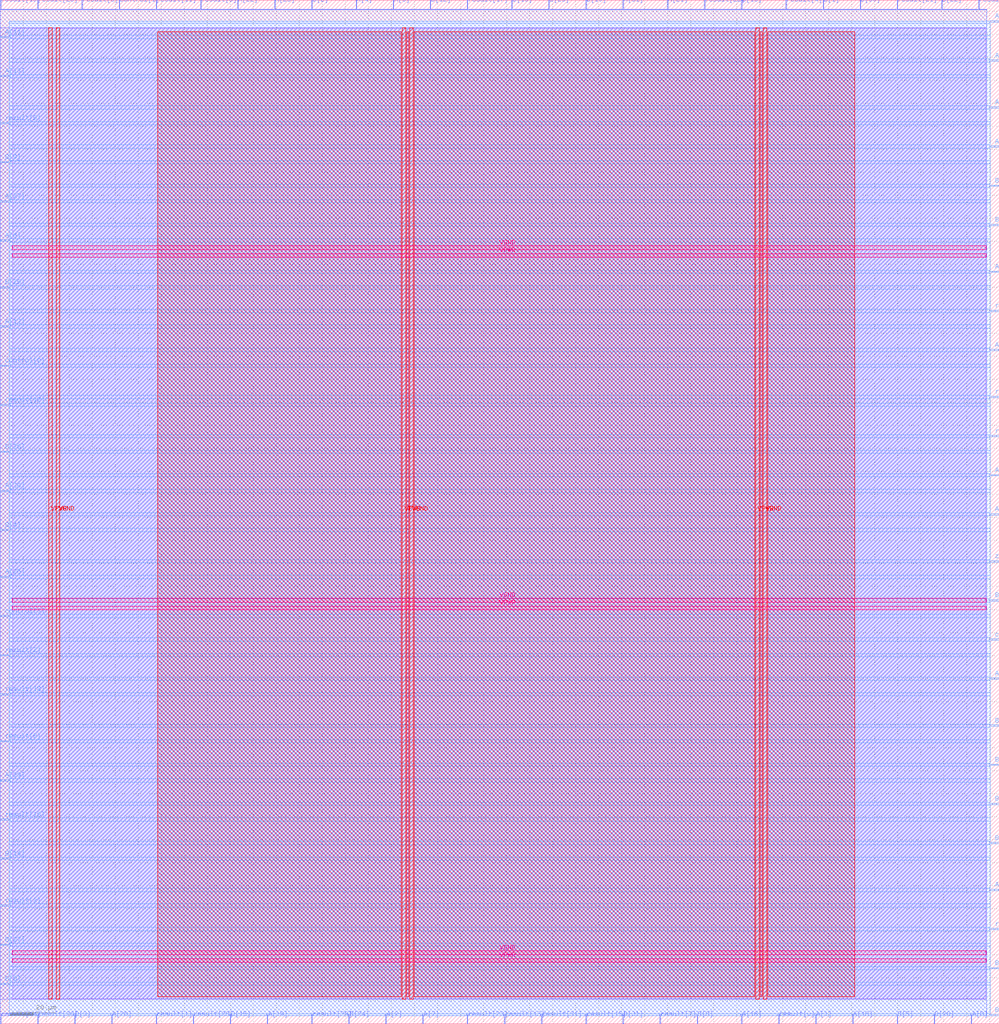
<source format=lef>
VERSION 5.7 ;
  NOWIREEXTENSIONATPIN ON ;
  DIVIDERCHAR "/" ;
  BUSBITCHARS "[]" ;
MACRO alu_32_bit
  CLASS BLOCK ;
  FOREIGN alu_32_bit ;
  ORIGIN 0.000 0.000 ;
  SIZE 434.090 BY 444.810 ;
  PIN A[0]
    DIRECTION INPUT ;
    USE SIGNAL ;
    ANTENNAGATEAREA 0.247500 ;
    PORT
      LAYER met3 ;
        RECT 430.090 435.240 434.090 435.840 ;
    END
  END A[0]
  PIN A[10]
    DIRECTION INPUT ;
    USE SIGNAL ;
    ANTENNAGATEAREA 0.213000 ;
    PORT
      LAYER met3 ;
        RECT 430.090 418.240 434.090 418.840 ;
    END
  END A[10]
  PIN A[11]
    DIRECTION INPUT ;
    USE SIGNAL ;
    ANTENNAGATEAREA 0.247500 ;
    PORT
      LAYER met3 ;
        RECT 0.000 428.440 4.000 429.040 ;
    END
  END A[11]
  PIN A[12]
    DIRECTION INPUT ;
    USE SIGNAL ;
    ANTENNAGATEAREA 0.213000 ;
    PORT
      LAYER met3 ;
        RECT 0.000 302.640 4.000 303.240 ;
    END
  END A[12]
  PIN A[13]
    DIRECTION INPUT ;
    USE SIGNAL ;
    ANTENNAGATEAREA 0.247500 ;
    PORT
      LAYER met3 ;
        RECT 0.000 411.440 4.000 412.040 ;
    END
  END A[13]
  PIN A[14]
    DIRECTION INPUT ;
    USE SIGNAL ;
    ANTENNAGATEAREA 0.213000 ;
    PORT
      LAYER met3 ;
        RECT 430.090 292.440 434.090 293.040 ;
    END
  END A[14]
  PIN A[15]
    DIRECTION INPUT ;
    USE SIGNAL ;
    ANTENNAGATEAREA 0.159000 ;
    PORT
      LAYER met3 ;
        RECT 430.090 149.640 434.090 150.240 ;
    END
  END A[15]
  PIN A[16]
    DIRECTION INPUT ;
    USE SIGNAL ;
    ANTENNAGATEAREA 0.213000 ;
    PORT
      LAYER met2 ;
        RECT 322.090 0.000 322.370 4.000 ;
    END
  END A[16]
  PIN A[17]
    DIRECTION INPUT ;
    USE SIGNAL ;
    ANTENNAGATEAREA 0.159000 ;
    PORT
      LAYER met3 ;
        RECT 430.090 57.840 434.090 58.440 ;
    END
  END A[17]
  PIN A[18]
    DIRECTION INPUT ;
    USE SIGNAL ;
    ANTENNAGATEAREA 0.247500 ;
    PORT
      LAYER met2 ;
        RECT 370.390 0.000 370.670 4.000 ;
    END
  END A[18]
  PIN A[19]
    DIRECTION INPUT ;
    USE SIGNAL ;
    ANTENNAGATEAREA 0.426000 ;
    PORT
      LAYER met2 ;
        RECT 116.010 0.000 116.290 4.000 ;
    END
  END A[19]
  PIN A[1]
    DIRECTION INPUT ;
    USE SIGNAL ;
    ANTENNAGATEAREA 0.495000 ;
    PORT
      LAYER met2 ;
        RECT 354.290 0.000 354.570 4.000 ;
    END
  END A[1]
  PIN A[20]
    DIRECTION INPUT ;
    USE SIGNAL ;
    ANTENNAGATEAREA 0.247500 ;
    PORT
      LAYER met2 ;
        RECT 48.390 0.000 48.670 4.000 ;
    END
  END A[20]
  PIN A[21]
    DIRECTION INPUT ;
    USE SIGNAL ;
    ANTENNAGATEAREA 0.213000 ;
    PORT
      LAYER met2 ;
        RECT 289.890 440.810 290.170 444.810 ;
    END
  END A[21]
  PIN A[22]
    DIRECTION INPUT ;
    USE SIGNAL ;
    ANTENNAGATEAREA 0.247500 ;
    PORT
      LAYER met2 ;
        RECT 103.130 440.810 103.410 444.810 ;
    END
  END A[22]
  PIN A[23]
    DIRECTION INPUT ;
    USE SIGNAL ;
    ANTENNAGATEAREA 0.247500 ;
    PORT
      LAYER met2 ;
        RECT 119.230 440.810 119.510 444.810 ;
    END
  END A[23]
  PIN A[24]
    DIRECTION INPUT ;
    USE SIGNAL ;
    ANTENNAGATEAREA 0.247500 ;
    PORT
      LAYER met3 ;
        RECT 430.090 238.040 434.090 238.640 ;
    END
  END A[24]
  PIN A[25]
    DIRECTION INPUT ;
    USE SIGNAL ;
    ANTENNAGATEAREA 0.213000 ;
    PORT
      LAYER met3 ;
        RECT 0.000 193.840 4.000 194.440 ;
    END
  END A[25]
  PIN A[26]
    DIRECTION INPUT ;
    USE SIGNAL ;
    ANTENNAGATEAREA 0.159000 ;
    PORT
      LAYER met3 ;
        RECT 430.090 397.840 434.090 398.440 ;
    END
  END A[26]
  PIN A[27]
    DIRECTION INPUT ;
    USE SIGNAL ;
    ANTENNAGATEAREA 0.247500 ;
    PORT
      LAYER met3 ;
        RECT 0.000 357.040 4.000 357.640 ;
    END
  END A[27]
  PIN A[28]
    DIRECTION INPUT ;
    USE SIGNAL ;
    ANTENNAGATEAREA 0.247500 ;
    PORT
      LAYER met3 ;
        RECT 430.090 326.440 434.090 327.040 ;
    END
  END A[28]
  PIN A[29]
    DIRECTION INPUT ;
    USE SIGNAL ;
    ANTENNAGATEAREA 0.213000 ;
    PORT
      LAYER met3 ;
        RECT 0.000 105.440 4.000 106.040 ;
    END
  END A[29]
  PIN A[2]
    DIRECTION INPUT ;
    USE SIGNAL ;
    ANTENNAGATEAREA 0.495000 ;
    PORT
      LAYER met2 ;
        RECT 167.530 0.000 167.810 4.000 ;
    END
  END A[2]
  PIN A[30]
    DIRECTION INPUT ;
    USE SIGNAL ;
    ANTENNAGATEAREA 0.213000 ;
    PORT
      LAYER met3 ;
        RECT 0.000 231.240 4.000 231.840 ;
    END
  END A[30]
  PIN A[31]
    DIRECTION INPUT ;
    USE SIGNAL ;
    ANTENNAGATEAREA 0.247500 ;
    PORT
      LAYER met2 ;
        RECT 270.570 440.810 270.850 444.810 ;
    END
  END A[31]
  PIN A[3]
    DIRECTION INPUT ;
    USE SIGNAL ;
    ANTENNAGATEAREA 0.213000 ;
    PORT
      LAYER met3 ;
        RECT 430.090 221.040 434.090 221.640 ;
    END
  END A[3]
  PIN A[4]
    DIRECTION INPUT ;
    USE SIGNAL ;
    ANTENNAGATEAREA 0.742500 ;
    PORT
      LAYER met2 ;
        RECT 154.650 440.810 154.930 444.810 ;
    END
  END A[4]
  PIN A[5]
    DIRECTION INPUT ;
    USE SIGNAL ;
    ANTENNAGATEAREA 0.247500 ;
    PORT
      LAYER met2 ;
        RECT 170.750 440.810 171.030 444.810 ;
    END
  END A[5]
  PIN A[6]
    DIRECTION INPUT ;
    USE SIGNAL ;
    ANTENNAGATEAREA 0.247500 ;
    PORT
      LAYER met3 ;
        RECT 0.000 340.040 4.000 340.640 ;
    END
  END A[6]
  PIN A[7]
    DIRECTION INPUT ;
    USE SIGNAL ;
    ANTENNAGATEAREA 0.247500 ;
    PORT
      LAYER met2 ;
        RECT 183.630 0.000 183.910 4.000 ;
    END
  END A[7]
  PIN A[8]
    DIRECTION INPUT ;
    USE SIGNAL ;
    ANTENNAGATEAREA 0.426000 ;
    PORT
      LAYER met2 ;
        RECT 421.910 0.000 422.190 4.000 ;
    END
  END A[8]
  PIN A[9]
    DIRECTION INPUT ;
    USE SIGNAL ;
    ANTENNAGATEAREA 0.247500 ;
    PORT
      LAYER met3 ;
        RECT 430.090 380.840 434.090 381.440 ;
    END
  END A[9]
  PIN B[0]
    DIRECTION INPUT ;
    USE SIGNAL ;
    ANTENNAGATEAREA 0.742500 ;
    PORT
      LAYER met3 ;
        RECT 430.090 95.240 434.090 95.840 ;
    END
  END B[0]
  PIN B[10]
    DIRECTION INPUT ;
    USE SIGNAL ;
    ANTENNAGATEAREA 0.213000 ;
    PORT
      LAYER met2 ;
        RECT 254.470 440.810 254.750 444.810 ;
    END
  END B[10]
  PIN B[11]
    DIRECTION INPUT ;
    USE SIGNAL ;
    ANTENNAGATEAREA 0.159000 ;
    PORT
      LAYER met3 ;
        RECT 430.090 129.240 434.090 129.840 ;
    END
  END B[11]
  PIN B[12]
    DIRECTION INPUT ;
    USE SIGNAL ;
    ANTENNAGATEAREA 0.213000 ;
    PORT
      LAYER met2 ;
        RECT 186.850 440.810 187.130 444.810 ;
    END
  END B[12]
  PIN B[13]
    DIRECTION INPUT ;
    USE SIGNAL ;
    ANTENNAGATEAREA 0.159000 ;
    PORT
      LAYER met2 ;
        RECT 322.090 440.810 322.370 444.810 ;
    END
  END B[13]
  PIN B[14]
    DIRECTION INPUT ;
    USE SIGNAL ;
    ANTENNAGATEAREA 0.247500 ;
    PORT
      LAYER met3 ;
        RECT 0.000 71.440 4.000 72.040 ;
    END
  END B[14]
  PIN B[15]
    DIRECTION INPUT ;
    USE SIGNAL ;
    ANTENNAGATEAREA 0.159000 ;
    PORT
      LAYER met2 ;
        RECT 99.910 0.000 100.190 4.000 ;
    END
  END B[15]
  PIN B[16]
    DIRECTION INPUT ;
    USE SIGNAL ;
    ANTENNAGATEAREA 0.159000 ;
    PORT
      LAYER met3 ;
        RECT 430.090 23.840 434.090 24.440 ;
    END
  END B[16]
  PIN B[17]
    DIRECTION INPUT ;
    USE SIGNAL ;
    ANTENNAGATEAREA 0.213000 ;
    PORT
      LAYER met3 ;
        RECT 430.090 363.840 434.090 364.440 ;
    END
  END B[17]
  PIN B[18]
    DIRECTION INPUT ;
    USE SIGNAL ;
    ANTENNAGATEAREA 0.213000 ;
    PORT
      LAYER met3 ;
        RECT 430.090 183.640 434.090 184.240 ;
    END
  END B[18]
  PIN B[19]
    DIRECTION INPUT ;
    USE SIGNAL ;
    ANTENNAGATEAREA 0.159000 ;
    PORT
      LAYER met2 ;
        RECT 222.270 440.810 222.550 444.810 ;
    END
  END B[19]
  PIN B[1]
    DIRECTION INPUT ;
    USE SIGNAL ;
    ANTENNAGATEAREA 0.495000 ;
    PORT
      LAYER met2 ;
        RECT 357.510 440.810 357.790 444.810 ;
    END
  END B[1]
  PIN B[20]
    DIRECTION INPUT ;
    USE SIGNAL ;
    ANTENNAGATEAREA 0.213000 ;
    PORT
      LAYER met3 ;
        RECT 430.090 3.440 434.090 4.040 ;
    END
  END B[20]
  PIN B[21]
    DIRECTION INPUT ;
    USE SIGNAL ;
    ANTENNAGATEAREA 0.213000 ;
    PORT
      LAYER met3 ;
        RECT 430.090 346.840 434.090 347.440 ;
    END
  END B[21]
  PIN B[22]
    DIRECTION INPUT ;
    USE SIGNAL ;
    ANTENNAGATEAREA 0.213000 ;
    PORT
      LAYER met2 ;
        RECT 409.030 440.810 409.310 444.810 ;
    END
  END B[22]
  PIN B[23]
    DIRECTION INPUT ;
    USE SIGNAL ;
    ANTENNAGATEAREA 0.247500 ;
    PORT
      LAYER met2 ;
        RECT 238.370 440.810 238.650 444.810 ;
    END
  END B[23]
  PIN B[24]
    DIRECTION INPUT ;
    USE SIGNAL ;
    ANTENNAGATEAREA 0.213000 ;
    PORT
      LAYER met2 ;
        RECT 151.430 0.000 151.710 4.000 ;
    END
  END B[24]
  PIN B[25]
    DIRECTION INPUT ;
    USE SIGNAL ;
    ANTENNAGATEAREA 0.213000 ;
    PORT
      LAYER met3 ;
        RECT 430.090 78.240 434.090 78.840 ;
    END
  END B[25]
  PIN B[26]
    DIRECTION INPUT ;
    USE SIGNAL ;
    ANTENNAGATEAREA 0.213000 ;
    PORT
      LAYER met3 ;
        RECT 0.000 248.240 4.000 248.840 ;
    END
  END B[26]
  PIN B[27]
    DIRECTION INPUT ;
    USE SIGNAL ;
    ANTENNAGATEAREA 0.159000 ;
    PORT
      LAYER met3 ;
        RECT 0.000 34.040 4.000 34.640 ;
    END
  END B[27]
  PIN B[28]
    DIRECTION INPUT ;
    USE SIGNAL ;
    ANTENNAGATEAREA 0.159000 ;
    PORT
      LAYER met2 ;
        RECT 405.810 0.000 406.090 4.000 ;
    END
  END B[28]
  PIN B[29]
    DIRECTION INPUT ;
    USE SIGNAL ;
    ANTENNAGATEAREA 0.247500 ;
    PORT
      LAYER met3 ;
        RECT 0.000 319.640 4.000 320.240 ;
    END
  END B[29]
  PIN B[2]
    DIRECTION INPUT ;
    USE SIGNAL ;
    ANTENNAGATEAREA 0.213000 ;
    PORT
      LAYER met2 ;
        RECT 135.330 440.810 135.610 444.810 ;
    END
  END B[2]
  PIN B[30]
    DIRECTION INPUT ;
    USE SIGNAL ;
    ANTENNAGATEAREA 0.426000 ;
    PORT
      LAYER met2 ;
        RECT 373.610 440.810 373.890 444.810 ;
    END
  END B[30]
  PIN B[31]
    DIRECTION INPUT ;
    USE SIGNAL ;
    ANTENNAGATEAREA 0.213000 ;
    PORT
      LAYER met2 ;
        RECT 270.570 0.000 270.850 4.000 ;
    END
  END B[31]
  PIN B[3]
    DIRECTION INPUT ;
    USE SIGNAL ;
    ANTENNAGATEAREA 0.495000 ;
    PORT
      LAYER met2 ;
        RECT 32.290 0.000 32.570 4.000 ;
    END
  END B[3]
  PIN B[4]
    DIRECTION INPUT ;
    USE SIGNAL ;
    ANTENNAGATEAREA 0.495000 ;
    PORT
      LAYER met3 ;
        RECT 0.000 214.240 4.000 214.840 ;
    END
  END B[4]
  PIN B[5]
    DIRECTION INPUT ;
    USE SIGNAL ;
    ANTENNAGATEAREA 0.426000 ;
    PORT
      LAYER met2 ;
        RECT 389.710 0.000 389.990 4.000 ;
    END
  END B[5]
  PIN B[6]
    DIRECTION INPUT ;
    USE SIGNAL ;
    ANTENNAGATEAREA 0.742500 ;
    PORT
      LAYER met3 ;
        RECT 0.000 17.040 4.000 17.640 ;
    END
  END B[6]
  PIN B[7]
    DIRECTION INPUT ;
    USE SIGNAL ;
    ANTENNAGATEAREA 0.495000 ;
    PORT
      LAYER met3 ;
        RECT 430.090 112.240 434.090 112.840 ;
    END
  END B[7]
  PIN B[8]
    DIRECTION INPUT ;
    USE SIGNAL ;
    ANTENNAGATEAREA 0.159000 ;
    PORT
      LAYER met2 ;
        RECT 302.770 0.000 303.050 4.000 ;
    END
  END B[8]
  PIN B[9]
    DIRECTION INPUT ;
    USE SIGNAL ;
    ANTENNAGATEAREA 0.247500 ;
    PORT
      LAYER met3 ;
        RECT 0.000 374.040 4.000 374.640 ;
    END
  END B[9]
  PIN VGND
    DIRECTION INOUT ;
    USE GROUND ;
    PORT
      LAYER met4 ;
        RECT 24.340 10.640 25.940 432.720 ;
    END
    PORT
      LAYER met4 ;
        RECT 177.940 10.640 179.540 432.720 ;
    END
    PORT
      LAYER met4 ;
        RECT 331.540 10.640 333.140 432.720 ;
    END
    PORT
      LAYER met5 ;
        RECT 5.280 30.030 428.500 31.630 ;
    END
    PORT
      LAYER met5 ;
        RECT 5.280 183.210 428.500 184.810 ;
    END
    PORT
      LAYER met5 ;
        RECT 5.280 336.390 428.500 337.990 ;
    END
  END VGND
  PIN VPWR
    DIRECTION INOUT ;
    USE POWER ;
    PORT
      LAYER met4 ;
        RECT 21.040 10.640 22.640 432.720 ;
    END
    PORT
      LAYER met4 ;
        RECT 174.640 10.640 176.240 432.720 ;
    END
    PORT
      LAYER met4 ;
        RECT 328.240 10.640 329.840 432.720 ;
    END
    PORT
      LAYER met5 ;
        RECT 5.280 26.730 428.500 28.330 ;
    END
    PORT
      LAYER met5 ;
        RECT 5.280 179.910 428.500 181.510 ;
    END
    PORT
      LAYER met5 ;
        RECT 5.280 333.090 428.500 334.690 ;
    END
  END VPWR
  PIN control[0]
    DIRECTION INPUT ;
    USE SIGNAL ;
    ANTENNAGATEAREA 0.213000 ;
    PORT
      LAYER met3 ;
        RECT 0.000 285.640 4.000 286.240 ;
    END
  END control[0]
  PIN control[1]
    DIRECTION INPUT ;
    USE SIGNAL ;
    ANTENNAGATEAREA 0.159000 ;
    PORT
      LAYER met2 ;
        RECT 51.610 440.810 51.890 444.810 ;
    END
  END control[1]
  PIN control[2]
    DIRECTION INPUT ;
    USE SIGNAL ;
    ANTENNAGATEAREA 0.247500 ;
    PORT
      LAYER met3 ;
        RECT 430.090 166.640 434.090 167.240 ;
    END
  END control[2]
  PIN control[3]
    DIRECTION INPUT ;
    USE SIGNAL ;
    ANTENNAGATEAREA 0.159000 ;
    PORT
      LAYER met3 ;
        RECT 0.000 176.840 4.000 177.440 ;
    END
  END control[3]
  PIN result[0]
    DIRECTION OUTPUT TRISTATE ;
    USE SIGNAL ;
    ANTENNADIFFAREA 0.795200 ;
    PORT
      LAYER met2 ;
        RECT 338.190 0.000 338.470 4.000 ;
    END
  END result[0]
  PIN result[10]
    DIRECTION OUTPUT TRISTATE ;
    USE SIGNAL ;
    ANTENNADIFFAREA 0.795200 ;
    PORT
      LAYER met3 ;
        RECT 430.090 309.440 434.090 310.040 ;
    END
  END result[10]
  PIN result[11]
    DIRECTION OUTPUT TRISTATE ;
    USE SIGNAL ;
    ANTENNADIFFAREA 0.795200 ;
    PORT
      LAYER met2 ;
        RECT 67.710 440.810 67.990 444.810 ;
    END
  END result[11]
  PIN result[12]
    DIRECTION OUTPUT TRISTATE ;
    USE SIGNAL ;
    ANTENNADIFFAREA 0.795200 ;
    PORT
      LAYER met3 ;
        RECT 0.000 268.640 4.000 269.240 ;
    END
  END result[12]
  PIN result[13]
    DIRECTION OUTPUT TRISTATE ;
    USE SIGNAL ;
    ANTENNADIFFAREA 0.795200 ;
    PORT
      LAYER met2 ;
        RECT 219.050 0.000 219.330 4.000 ;
    END
  END result[13]
  PIN result[14]
    DIRECTION OUTPUT TRISTATE ;
    USE SIGNAL ;
    ANTENNADIFFAREA 0.795200 ;
    PORT
      LAYER met2 ;
        RECT 0.090 0.000 0.370 4.000 ;
    END
  END result[14]
  PIN result[15]
    DIRECTION OUTPUT TRISTATE ;
    USE SIGNAL ;
    ANTENNADIFFAREA 0.795200 ;
    PORT
      LAYER met2 ;
        RECT 254.470 0.000 254.750 4.000 ;
    END
  END result[15]
  PIN result[16]
    DIRECTION OUTPUT TRISTATE ;
    USE SIGNAL ;
    ANTENNADIFFAREA 0.795200 ;
    PORT
      LAYER met3 ;
        RECT 0.000 88.440 4.000 89.040 ;
    END
  END result[16]
  PIN result[17]
    DIRECTION OUTPUT TRISTATE ;
    USE SIGNAL ;
    ANTENNADIFFAREA 0.795200 ;
    PORT
      LAYER met2 ;
        RECT 202.950 440.810 203.230 444.810 ;
    END
  END result[17]
  PIN result[18]
    DIRECTION OUTPUT TRISTATE ;
    USE SIGNAL ;
    ANTENNADIFFAREA 0.795200 ;
    PORT
      LAYER met3 ;
        RECT 0.000 142.840 4.000 143.440 ;
    END
  END result[18]
  PIN result[19]
    DIRECTION OUTPUT TRISTATE ;
    USE SIGNAL ;
    ANTENNADIFFAREA 0.795200 ;
    PORT
      LAYER met2 ;
        RECT 0.090 440.810 0.370 444.810 ;
    END
  END result[19]
  PIN result[1]
    DIRECTION OUTPUT TRISTATE ;
    USE SIGNAL ;
    ANTENNADIFFAREA 0.795200 ;
    PORT
      LAYER met2 ;
        RECT 67.710 0.000 67.990 4.000 ;
    END
  END result[1]
  PIN result[20]
    DIRECTION OUTPUT TRISTATE ;
    USE SIGNAL ;
    ANTENNADIFFAREA 0.795200 ;
    PORT
      LAYER met2 ;
        RECT 16.190 0.000 16.470 4.000 ;
    END
  END result[20]
  PIN result[21]
    DIRECTION OUTPUT TRISTATE ;
    USE SIGNAL ;
    ANTENNADIFFAREA 0.795200 ;
    PORT
      LAYER met2 ;
        RECT 389.710 440.810 389.990 444.810 ;
    END
  END result[21]
  PIN result[22]
    DIRECTION OUTPUT TRISTATE ;
    USE SIGNAL ;
    ANTENNADIFFAREA 0.795200 ;
    PORT
      LAYER met2 ;
        RECT 305.990 440.810 306.270 444.810 ;
    END
  END result[22]
  PIN result[23]
    DIRECTION OUTPUT TRISTATE ;
    USE SIGNAL ;
    ANTENNADIFFAREA 0.795200 ;
    PORT
      LAYER met2 ;
        RECT 202.950 0.000 203.230 4.000 ;
    END
  END result[23]
  PIN result[24]
    DIRECTION OUTPUT TRISTATE ;
    USE SIGNAL ;
    ANTENNADIFFAREA 0.795200 ;
    PORT
      LAYER met2 ;
        RECT 425.130 440.810 425.410 444.810 ;
    END
  END result[24]
  PIN result[25]
    DIRECTION OUTPUT TRISTATE ;
    USE SIGNAL ;
    ANTENNADIFFAREA 0.795200 ;
    PORT
      LAYER met3 ;
        RECT 430.090 40.840 434.090 41.440 ;
    END
  END result[25]
  PIN result[26]
    DIRECTION OUTPUT TRISTATE ;
    USE SIGNAL ;
    ANTENNADIFFAREA 0.795200 ;
    PORT
      LAYER met2 ;
        RECT 16.190 440.810 16.470 444.810 ;
    END
  END result[26]
  PIN result[27]
    DIRECTION OUTPUT TRISTATE ;
    USE SIGNAL ;
    ANTENNADIFFAREA 0.795200 ;
    PORT
      LAYER met3 ;
        RECT 430.090 255.040 434.090 255.640 ;
    END
  END result[27]
  PIN result[28]
    DIRECTION OUTPUT TRISTATE ;
    USE SIGNAL ;
    ANTENNADIFFAREA 0.795200 ;
    PORT
      LAYER met2 ;
        RECT 83.810 0.000 84.090 4.000 ;
    END
  END result[28]
  PIN result[29]
    DIRECTION OUTPUT TRISTATE ;
    USE SIGNAL ;
    ANTENNADIFFAREA 0.795200 ;
    PORT
      LAYER met2 ;
        RECT 135.330 0.000 135.610 4.000 ;
    END
  END result[29]
  PIN result[2]
    DIRECTION OUTPUT TRISTATE ;
    USE SIGNAL ;
    ANTENNADIFFAREA 0.795200 ;
    PORT
      LAYER met3 ;
        RECT 0.000 159.840 4.000 160.440 ;
    END
  END result[2]
  PIN result[30]
    DIRECTION OUTPUT TRISTATE ;
    USE SIGNAL ;
    ANTENNADIFFAREA 0.445500 ;
    PORT
      LAYER met3 ;
        RECT 430.090 272.040 434.090 272.640 ;
    END
  END result[30]
  PIN result[31]
    DIRECTION OUTPUT TRISTATE ;
    USE SIGNAL ;
    ANTENNADIFFAREA 0.795200 ;
    PORT
      LAYER met2 ;
        RECT 235.150 0.000 235.430 4.000 ;
    END
  END result[31]
  PIN result[3]
    DIRECTION OUTPUT TRISTATE ;
    USE SIGNAL ;
    ANTENNADIFFAREA 0.795200 ;
    PORT
      LAYER met3 ;
        RECT 0.000 51.040 4.000 51.640 ;
    END
  END result[3]
  PIN result[4]
    DIRECTION OUTPUT TRISTATE ;
    USE SIGNAL ;
    ANTENNADIFFAREA 0.795200 ;
    PORT
      LAYER met2 ;
        RECT 341.410 440.810 341.690 444.810 ;
    END
  END result[4]
  PIN result[5]
    DIRECTION OUTPUT TRISTATE ;
    USE SIGNAL ;
    ANTENNADIFFAREA 0.795200 ;
    PORT
      LAYER met2 ;
        RECT 35.510 440.810 35.790 444.810 ;
    END
  END result[5]
  PIN result[6]
    DIRECTION OUTPUT TRISTATE ;
    USE SIGNAL ;
    ANTENNADIFFAREA 0.795200 ;
    PORT
      LAYER met2 ;
        RECT 87.030 440.810 87.310 444.810 ;
    END
  END result[6]
  PIN result[7]
    DIRECTION OUTPUT TRISTATE ;
    USE SIGNAL ;
    ANTENNADIFFAREA 0.795200 ;
    PORT
      LAYER met2 ;
        RECT 286.670 0.000 286.950 4.000 ;
    END
  END result[7]
  PIN result[8]
    DIRECTION OUTPUT TRISTATE ;
    USE SIGNAL ;
    ANTENNADIFFAREA 0.795200 ;
    PORT
      LAYER met3 ;
        RECT 0.000 122.440 4.000 123.040 ;
    END
  END result[8]
  PIN result[9]
    DIRECTION OUTPUT TRISTATE ;
    USE SIGNAL ;
    ANTENNADIFFAREA 0.795200 ;
    PORT
      LAYER met3 ;
        RECT 0.000 391.040 4.000 391.640 ;
    END
  END result[9]
  PIN zero_flag
    DIRECTION OUTPUT TRISTATE ;
    USE SIGNAL ;
    ANTENNADIFFAREA 1.782000 ;
    PORT
      LAYER met3 ;
        RECT 430.090 200.640 434.090 201.240 ;
    END
  END zero_flag
  OBS
      LAYER li1 ;
        RECT 5.520 10.795 428.260 432.565 ;
      LAYER met1 ;
        RECT 0.070 10.640 428.650 432.720 ;
      LAYER met2 ;
        RECT 0.650 440.530 15.910 440.810 ;
        RECT 16.750 440.530 35.230 440.810 ;
        RECT 36.070 440.530 51.330 440.810 ;
        RECT 52.170 440.530 67.430 440.810 ;
        RECT 68.270 440.530 86.750 440.810 ;
        RECT 87.590 440.530 102.850 440.810 ;
        RECT 103.690 440.530 118.950 440.810 ;
        RECT 119.790 440.530 135.050 440.810 ;
        RECT 135.890 440.530 154.370 440.810 ;
        RECT 155.210 440.530 170.470 440.810 ;
        RECT 171.310 440.530 186.570 440.810 ;
        RECT 187.410 440.530 202.670 440.810 ;
        RECT 203.510 440.530 221.990 440.810 ;
        RECT 222.830 440.530 238.090 440.810 ;
        RECT 238.930 440.530 254.190 440.810 ;
        RECT 255.030 440.530 270.290 440.810 ;
        RECT 271.130 440.530 289.610 440.810 ;
        RECT 290.450 440.530 305.710 440.810 ;
        RECT 306.550 440.530 321.810 440.810 ;
        RECT 322.650 440.530 341.130 440.810 ;
        RECT 341.970 440.530 357.230 440.810 ;
        RECT 358.070 440.530 373.330 440.810 ;
        RECT 374.170 440.530 389.430 440.810 ;
        RECT 390.270 440.530 408.750 440.810 ;
        RECT 409.590 440.530 424.850 440.810 ;
        RECT 425.690 440.530 428.630 440.810 ;
        RECT 0.100 4.280 428.630 440.530 ;
        RECT 0.650 3.555 15.910 4.280 ;
        RECT 16.750 3.555 32.010 4.280 ;
        RECT 32.850 3.555 48.110 4.280 ;
        RECT 48.950 3.555 67.430 4.280 ;
        RECT 68.270 3.555 83.530 4.280 ;
        RECT 84.370 3.555 99.630 4.280 ;
        RECT 100.470 3.555 115.730 4.280 ;
        RECT 116.570 3.555 135.050 4.280 ;
        RECT 135.890 3.555 151.150 4.280 ;
        RECT 151.990 3.555 167.250 4.280 ;
        RECT 168.090 3.555 183.350 4.280 ;
        RECT 184.190 3.555 202.670 4.280 ;
        RECT 203.510 3.555 218.770 4.280 ;
        RECT 219.610 3.555 234.870 4.280 ;
        RECT 235.710 3.555 254.190 4.280 ;
        RECT 255.030 3.555 270.290 4.280 ;
        RECT 271.130 3.555 286.390 4.280 ;
        RECT 287.230 3.555 302.490 4.280 ;
        RECT 303.330 3.555 321.810 4.280 ;
        RECT 322.650 3.555 337.910 4.280 ;
        RECT 338.750 3.555 354.010 4.280 ;
        RECT 354.850 3.555 370.110 4.280 ;
        RECT 370.950 3.555 389.430 4.280 ;
        RECT 390.270 3.555 405.530 4.280 ;
        RECT 406.370 3.555 421.630 4.280 ;
        RECT 422.470 3.555 428.630 4.280 ;
      LAYER met3 ;
        RECT 3.990 434.840 429.690 435.705 ;
        RECT 3.990 429.440 430.090 434.840 ;
        RECT 4.400 428.040 430.090 429.440 ;
        RECT 3.990 419.240 430.090 428.040 ;
        RECT 3.990 417.840 429.690 419.240 ;
        RECT 3.990 412.440 430.090 417.840 ;
        RECT 4.400 411.040 430.090 412.440 ;
        RECT 3.990 398.840 430.090 411.040 ;
        RECT 3.990 397.440 429.690 398.840 ;
        RECT 3.990 392.040 430.090 397.440 ;
        RECT 4.400 390.640 430.090 392.040 ;
        RECT 3.990 381.840 430.090 390.640 ;
        RECT 3.990 380.440 429.690 381.840 ;
        RECT 3.990 375.040 430.090 380.440 ;
        RECT 4.400 373.640 430.090 375.040 ;
        RECT 3.990 364.840 430.090 373.640 ;
        RECT 3.990 363.440 429.690 364.840 ;
        RECT 3.990 358.040 430.090 363.440 ;
        RECT 4.400 356.640 430.090 358.040 ;
        RECT 3.990 347.840 430.090 356.640 ;
        RECT 3.990 346.440 429.690 347.840 ;
        RECT 3.990 341.040 430.090 346.440 ;
        RECT 4.400 339.640 430.090 341.040 ;
        RECT 3.990 327.440 430.090 339.640 ;
        RECT 3.990 326.040 429.690 327.440 ;
        RECT 3.990 320.640 430.090 326.040 ;
        RECT 4.400 319.240 430.090 320.640 ;
        RECT 3.990 310.440 430.090 319.240 ;
        RECT 3.990 309.040 429.690 310.440 ;
        RECT 3.990 303.640 430.090 309.040 ;
        RECT 4.400 302.240 430.090 303.640 ;
        RECT 3.990 293.440 430.090 302.240 ;
        RECT 3.990 292.040 429.690 293.440 ;
        RECT 3.990 286.640 430.090 292.040 ;
        RECT 4.400 285.240 430.090 286.640 ;
        RECT 3.990 273.040 430.090 285.240 ;
        RECT 3.990 271.640 429.690 273.040 ;
        RECT 3.990 269.640 430.090 271.640 ;
        RECT 4.400 268.240 430.090 269.640 ;
        RECT 3.990 256.040 430.090 268.240 ;
        RECT 3.990 254.640 429.690 256.040 ;
        RECT 3.990 249.240 430.090 254.640 ;
        RECT 4.400 247.840 430.090 249.240 ;
        RECT 3.990 239.040 430.090 247.840 ;
        RECT 3.990 237.640 429.690 239.040 ;
        RECT 3.990 232.240 430.090 237.640 ;
        RECT 4.400 230.840 430.090 232.240 ;
        RECT 3.990 222.040 430.090 230.840 ;
        RECT 3.990 220.640 429.690 222.040 ;
        RECT 3.990 215.240 430.090 220.640 ;
        RECT 4.400 213.840 430.090 215.240 ;
        RECT 3.990 201.640 430.090 213.840 ;
        RECT 3.990 200.240 429.690 201.640 ;
        RECT 3.990 194.840 430.090 200.240 ;
        RECT 4.400 193.440 430.090 194.840 ;
        RECT 3.990 184.640 430.090 193.440 ;
        RECT 3.990 183.240 429.690 184.640 ;
        RECT 3.990 177.840 430.090 183.240 ;
        RECT 4.400 176.440 430.090 177.840 ;
        RECT 3.990 167.640 430.090 176.440 ;
        RECT 3.990 166.240 429.690 167.640 ;
        RECT 3.990 160.840 430.090 166.240 ;
        RECT 4.400 159.440 430.090 160.840 ;
        RECT 3.990 150.640 430.090 159.440 ;
        RECT 3.990 149.240 429.690 150.640 ;
        RECT 3.990 143.840 430.090 149.240 ;
        RECT 4.400 142.440 430.090 143.840 ;
        RECT 3.990 130.240 430.090 142.440 ;
        RECT 3.990 128.840 429.690 130.240 ;
        RECT 3.990 123.440 430.090 128.840 ;
        RECT 4.400 122.040 430.090 123.440 ;
        RECT 3.990 113.240 430.090 122.040 ;
        RECT 3.990 111.840 429.690 113.240 ;
        RECT 3.990 106.440 430.090 111.840 ;
        RECT 4.400 105.040 430.090 106.440 ;
        RECT 3.990 96.240 430.090 105.040 ;
        RECT 3.990 94.840 429.690 96.240 ;
        RECT 3.990 89.440 430.090 94.840 ;
        RECT 4.400 88.040 430.090 89.440 ;
        RECT 3.990 79.240 430.090 88.040 ;
        RECT 3.990 77.840 429.690 79.240 ;
        RECT 3.990 72.440 430.090 77.840 ;
        RECT 4.400 71.040 430.090 72.440 ;
        RECT 3.990 58.840 430.090 71.040 ;
        RECT 3.990 57.440 429.690 58.840 ;
        RECT 3.990 52.040 430.090 57.440 ;
        RECT 4.400 50.640 430.090 52.040 ;
        RECT 3.990 41.840 430.090 50.640 ;
        RECT 3.990 40.440 429.690 41.840 ;
        RECT 3.990 35.040 430.090 40.440 ;
        RECT 4.400 33.640 430.090 35.040 ;
        RECT 3.990 24.840 430.090 33.640 ;
        RECT 3.990 23.440 429.690 24.840 ;
        RECT 3.990 18.040 430.090 23.440 ;
        RECT 4.400 16.640 430.090 18.040 ;
        RECT 3.990 4.440 430.090 16.640 ;
        RECT 3.990 3.575 429.690 4.440 ;
      LAYER met4 ;
        RECT 68.375 11.735 174.240 430.945 ;
        RECT 176.640 11.735 177.540 430.945 ;
        RECT 179.940 11.735 327.840 430.945 ;
        RECT 330.240 11.735 331.140 430.945 ;
        RECT 333.540 11.735 371.385 430.945 ;
  END
END alu_32_bit
END LIBRARY


</source>
